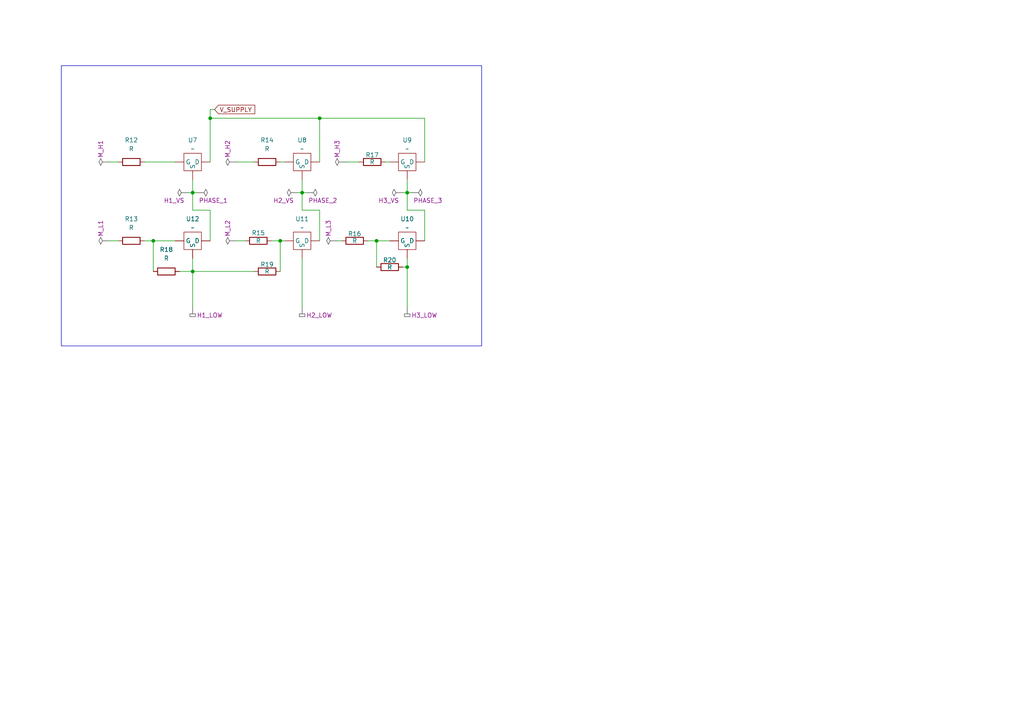
<source format=kicad_sch>
(kicad_sch
	(version 20250114)
	(generator "eeschema")
	(generator_version "9.0")
	(uuid "032fac18-fb08-4fc4-a7a7-7a6098812f57")
	(paper "A4")
	(lib_symbols
		(symbol "Device:R"
			(pin_numbers
				(hide yes)
			)
			(pin_names
				(offset 0)
			)
			(exclude_from_sim no)
			(in_bom yes)
			(on_board yes)
			(property "Reference" "R"
				(at 2.032 0 90)
				(effects
					(font
						(size 1.27 1.27)
					)
				)
			)
			(property "Value" "R"
				(at 0 0 90)
				(effects
					(font
						(size 1.27 1.27)
					)
				)
			)
			(property "Footprint" ""
				(at -1.778 0 90)
				(effects
					(font
						(size 1.27 1.27)
					)
					(hide yes)
				)
			)
			(property "Datasheet" "~"
				(at 0 0 0)
				(effects
					(font
						(size 1.27 1.27)
					)
					(hide yes)
				)
			)
			(property "Description" "Resistor"
				(at 0 0 0)
				(effects
					(font
						(size 1.27 1.27)
					)
					(hide yes)
				)
			)
			(property "ki_keywords" "R res resistor"
				(at 0 0 0)
				(effects
					(font
						(size 1.27 1.27)
					)
					(hide yes)
				)
			)
			(property "ki_fp_filters" "R_*"
				(at 0 0 0)
				(effects
					(font
						(size 1.27 1.27)
					)
					(hide yes)
				)
			)
			(symbol "R_0_1"
				(rectangle
					(start -1.016 -2.54)
					(end 1.016 2.54)
					(stroke
						(width 0.254)
						(type default)
					)
					(fill
						(type none)
					)
				)
			)
			(symbol "R_1_1"
				(pin passive line
					(at 0 3.81 270)
					(length 1.27)
					(name "~"
						(effects
							(font
								(size 1.27 1.27)
							)
						)
					)
					(number "1"
						(effects
							(font
								(size 1.27 1.27)
							)
						)
					)
				)
				(pin passive line
					(at 0 -3.81 90)
					(length 1.27)
					(name "~"
						(effects
							(font
								(size 1.27 1.27)
							)
						)
					)
					(number "2"
						(effects
							(font
								(size 1.27 1.27)
							)
						)
					)
				)
			)
			(embedded_fonts no)
		)
		(symbol "IRFS7530_1"
			(exclude_from_sim no)
			(in_bom yes)
			(on_board yes)
			(property "Reference" "U"
				(at 0 0 0)
				(effects
					(font
						(size 1.27 1.27)
					)
				)
			)
			(property "Value" ""
				(at 0 0 0)
				(effects
					(font
						(size 1.27 1.27)
					)
				)
			)
			(property "Footprint" ""
				(at 0 0 0)
				(effects
					(font
						(size 1.27 1.27)
					)
					(hide yes)
				)
			)
			(property "Datasheet" ""
				(at 0 0 0)
				(effects
					(font
						(size 1.27 1.27)
					)
					(hide yes)
				)
			)
			(property "Description" ""
				(at 0 0 0)
				(effects
					(font
						(size 1.27 1.27)
					)
					(hide yes)
				)
			)
			(symbol "IRFS7530_1_0_1"
				(rectangle
					(start -2.54 2.54)
					(end 2.54 -2.54)
					(stroke
						(width 0)
						(type default)
					)
					(fill
						(type none)
					)
				)
			)
			(symbol "IRFS7530_1_1_1"
				(pin input line
					(at -5.08 0 0)
					(length 2.54)
					(name "G"
						(effects
							(font
								(size 1.27 1.27)
							)
						)
					)
					(number ""
						(effects
							(font
								(size 1.27 1.27)
							)
						)
					)
				)
				(pin input line
					(at 0 -5.08 90)
					(length 2.54)
					(name "S"
						(effects
							(font
								(size 1.27 1.27)
							)
						)
					)
					(number ""
						(effects
							(font
								(size 1.27 1.27)
							)
						)
					)
				)
				(pin input line
					(at 5.08 0 180)
					(length 2.54)
					(name "D"
						(effects
							(font
								(size 1.27 1.27)
							)
						)
					)
					(number ""
						(effects
							(font
								(size 1.27 1.27)
							)
						)
					)
				)
			)
			(embedded_fonts no)
		)
		(symbol "IRFS7530_2"
			(exclude_from_sim no)
			(in_bom yes)
			(on_board yes)
			(property "Reference" "U"
				(at 0 0 0)
				(effects
					(font
						(size 1.27 1.27)
					)
				)
			)
			(property "Value" ""
				(at 0 0 0)
				(effects
					(font
						(size 1.27 1.27)
					)
				)
			)
			(property "Footprint" ""
				(at 0 0 0)
				(effects
					(font
						(size 1.27 1.27)
					)
					(hide yes)
				)
			)
			(property "Datasheet" ""
				(at 0 0 0)
				(effects
					(font
						(size 1.27 1.27)
					)
					(hide yes)
				)
			)
			(property "Description" ""
				(at 0 0 0)
				(effects
					(font
						(size 1.27 1.27)
					)
					(hide yes)
				)
			)
			(symbol "IRFS7530_2_0_1"
				(rectangle
					(start -2.54 2.54)
					(end 2.54 -2.54)
					(stroke
						(width 0)
						(type default)
					)
					(fill
						(type none)
					)
				)
			)
			(symbol "IRFS7530_2_1_1"
				(pin input line
					(at -5.08 0 0)
					(length 2.54)
					(name "G"
						(effects
							(font
								(size 1.27 1.27)
							)
						)
					)
					(number ""
						(effects
							(font
								(size 1.27 1.27)
							)
						)
					)
				)
				(pin input line
					(at 0 -5.08 90)
					(length 2.54)
					(name "S"
						(effects
							(font
								(size 1.27 1.27)
							)
						)
					)
					(number ""
						(effects
							(font
								(size 1.27 1.27)
							)
						)
					)
				)
				(pin input line
					(at 5.08 0 180)
					(length 2.54)
					(name "D"
						(effects
							(font
								(size 1.27 1.27)
							)
						)
					)
					(number ""
						(effects
							(font
								(size 1.27 1.27)
							)
						)
					)
				)
			)
			(embedded_fonts no)
		)
		(symbol "IRFS7530_3"
			(exclude_from_sim no)
			(in_bom yes)
			(on_board yes)
			(property "Reference" "U"
				(at 0 0 0)
				(effects
					(font
						(size 1.27 1.27)
					)
				)
			)
			(property "Value" ""
				(at 0 0 0)
				(effects
					(font
						(size 1.27 1.27)
					)
				)
			)
			(property "Footprint" ""
				(at 0 0 0)
				(effects
					(font
						(size 1.27 1.27)
					)
					(hide yes)
				)
			)
			(property "Datasheet" ""
				(at 0 0 0)
				(effects
					(font
						(size 1.27 1.27)
					)
					(hide yes)
				)
			)
			(property "Description" ""
				(at 0 0 0)
				(effects
					(font
						(size 1.27 1.27)
					)
					(hide yes)
				)
			)
			(symbol "IRFS7530_3_0_1"
				(rectangle
					(start -2.54 2.54)
					(end 2.54 -2.54)
					(stroke
						(width 0)
						(type default)
					)
					(fill
						(type none)
					)
				)
			)
			(symbol "IRFS7530_3_1_1"
				(pin input line
					(at -5.08 0 0)
					(length 2.54)
					(name "G"
						(effects
							(font
								(size 1.27 1.27)
							)
						)
					)
					(number ""
						(effects
							(font
								(size 1.27 1.27)
							)
						)
					)
				)
				(pin input line
					(at 0 -5.08 90)
					(length 2.54)
					(name "S"
						(effects
							(font
								(size 1.27 1.27)
							)
						)
					)
					(number ""
						(effects
							(font
								(size 1.27 1.27)
							)
						)
					)
				)
				(pin input line
					(at 5.08 0 180)
					(length 2.54)
					(name "D"
						(effects
							(font
								(size 1.27 1.27)
							)
						)
					)
					(number ""
						(effects
							(font
								(size 1.27 1.27)
							)
						)
					)
				)
			)
			(embedded_fonts no)
		)
		(symbol "IRFS7530_4"
			(exclude_from_sim no)
			(in_bom yes)
			(on_board yes)
			(property "Reference" "U"
				(at 0 0 0)
				(effects
					(font
						(size 1.27 1.27)
					)
				)
			)
			(property "Value" ""
				(at 0 0 0)
				(effects
					(font
						(size 1.27 1.27)
					)
				)
			)
			(property "Footprint" ""
				(at 0 0 0)
				(effects
					(font
						(size 1.27 1.27)
					)
					(hide yes)
				)
			)
			(property "Datasheet" ""
				(at 0 0 0)
				(effects
					(font
						(size 1.27 1.27)
					)
					(hide yes)
				)
			)
			(property "Description" ""
				(at 0 0 0)
				(effects
					(font
						(size 1.27 1.27)
					)
					(hide yes)
				)
			)
			(symbol "IRFS7530_4_0_1"
				(rectangle
					(start -2.54 2.54)
					(end 2.54 -2.54)
					(stroke
						(width 0)
						(type default)
					)
					(fill
						(type none)
					)
				)
			)
			(symbol "IRFS7530_4_1_1"
				(pin input line
					(at -5.08 0 0)
					(length 2.54)
					(name "G"
						(effects
							(font
								(size 1.27 1.27)
							)
						)
					)
					(number ""
						(effects
							(font
								(size 1.27 1.27)
							)
						)
					)
				)
				(pin input line
					(at 0 -5.08 90)
					(length 2.54)
					(name "S"
						(effects
							(font
								(size 1.27 1.27)
							)
						)
					)
					(number ""
						(effects
							(font
								(size 1.27 1.27)
							)
						)
					)
				)
				(pin input line
					(at 5.08 0 180)
					(length 2.54)
					(name "D"
						(effects
							(font
								(size 1.27 1.27)
							)
						)
					)
					(number ""
						(effects
							(font
								(size 1.27 1.27)
							)
						)
					)
				)
			)
			(embedded_fonts no)
		)
		(symbol "IRFS7530_5"
			(exclude_from_sim no)
			(in_bom yes)
			(on_board yes)
			(property "Reference" "U"
				(at 0 0 0)
				(effects
					(font
						(size 1.27 1.27)
					)
				)
			)
			(property "Value" ""
				(at 0 0 0)
				(effects
					(font
						(size 1.27 1.27)
					)
				)
			)
			(property "Footprint" ""
				(at 0 0 0)
				(effects
					(font
						(size 1.27 1.27)
					)
					(hide yes)
				)
			)
			(property "Datasheet" ""
				(at 0 0 0)
				(effects
					(font
						(size 1.27 1.27)
					)
					(hide yes)
				)
			)
			(property "Description" ""
				(at 0 0 0)
				(effects
					(font
						(size 1.27 1.27)
					)
					(hide yes)
				)
			)
			(symbol "IRFS7530_5_0_1"
				(rectangle
					(start -2.54 2.54)
					(end 2.54 -2.54)
					(stroke
						(width 0)
						(type default)
					)
					(fill
						(type none)
					)
				)
			)
			(symbol "IRFS7530_5_1_1"
				(pin input line
					(at -5.08 0 0)
					(length 2.54)
					(name "G"
						(effects
							(font
								(size 1.27 1.27)
							)
						)
					)
					(number ""
						(effects
							(font
								(size 1.27 1.27)
							)
						)
					)
				)
				(pin input line
					(at 0 -5.08 90)
					(length 2.54)
					(name "S"
						(effects
							(font
								(size 1.27 1.27)
							)
						)
					)
					(number ""
						(effects
							(font
								(size 1.27 1.27)
							)
						)
					)
				)
				(pin input line
					(at 5.08 0 180)
					(length 2.54)
					(name "D"
						(effects
							(font
								(size 1.27 1.27)
							)
						)
					)
					(number ""
						(effects
							(font
								(size 1.27 1.27)
							)
						)
					)
				)
			)
			(embedded_fonts no)
		)
		(symbol "New_Library:IRFS7530"
			(exclude_from_sim no)
			(in_bom yes)
			(on_board yes)
			(property "Reference" "U"
				(at 0 0 0)
				(effects
					(font
						(size 1.27 1.27)
					)
				)
			)
			(property "Value" ""
				(at 0 0 0)
				(effects
					(font
						(size 1.27 1.27)
					)
				)
			)
			(property "Footprint" ""
				(at 0 0 0)
				(effects
					(font
						(size 1.27 1.27)
					)
					(hide yes)
				)
			)
			(property "Datasheet" ""
				(at 0 0 0)
				(effects
					(font
						(size 1.27 1.27)
					)
					(hide yes)
				)
			)
			(property "Description" ""
				(at 0 0 0)
				(effects
					(font
						(size 1.27 1.27)
					)
					(hide yes)
				)
			)
			(symbol "IRFS7530_0_1"
				(rectangle
					(start -2.54 2.54)
					(end 2.54 -2.54)
					(stroke
						(width 0)
						(type default)
					)
					(fill
						(type none)
					)
				)
			)
			(symbol "IRFS7530_1_1"
				(pin input line
					(at -5.08 0 0)
					(length 2.54)
					(name "G"
						(effects
							(font
								(size 1.27 1.27)
							)
						)
					)
					(number ""
						(effects
							(font
								(size 1.27 1.27)
							)
						)
					)
				)
				(pin input line
					(at 0 -5.08 90)
					(length 2.54)
					(name "S"
						(effects
							(font
								(size 1.27 1.27)
							)
						)
					)
					(number ""
						(effects
							(font
								(size 1.27 1.27)
							)
						)
					)
				)
				(pin input line
					(at 5.08 0 180)
					(length 2.54)
					(name "D"
						(effects
							(font
								(size 1.27 1.27)
							)
						)
					)
					(number ""
						(effects
							(font
								(size 1.27 1.27)
							)
						)
					)
				)
			)
			(embedded_fonts no)
		)
	)
	(rectangle
		(start 17.78 19.05)
		(end 139.7 100.33)
		(stroke
			(width 0)
			(type solid)
		)
		(fill
			(type none)
		)
		(uuid ee217c2e-4e57-4390-a0d5-fde949a9b3f8)
	)
	(junction
		(at 109.22 69.85)
		(diameter 0)
		(color 0 0 0 0)
		(uuid "109b7328-5ae6-4208-9eda-ed49da3f2890")
	)
	(junction
		(at 92.71 34.29)
		(diameter 0)
		(color 0 0 0 0)
		(uuid "1a6b4fe2-8664-4946-88cf-028ad7dad909")
	)
	(junction
		(at 118.11 55.88)
		(diameter 0)
		(color 0 0 0 0)
		(uuid "287e0e24-1e3c-4cd6-a65c-da63b2357f8f")
	)
	(junction
		(at 60.96 34.29)
		(diameter 0)
		(color 0 0 0 0)
		(uuid "3ed71150-99e1-47b7-bf40-544dacf8ec06")
	)
	(junction
		(at 87.63 55.88)
		(diameter 0)
		(color 0 0 0 0)
		(uuid "43e2a95a-ee07-4d5d-9748-6bf72124d2b3")
	)
	(junction
		(at 44.45 69.85)
		(diameter 0)
		(color 0 0 0 0)
		(uuid "7ba5cd53-9ebb-4f6a-8618-d11f54d626df")
	)
	(junction
		(at 118.11 77.47)
		(diameter 0)
		(color 0 0 0 0)
		(uuid "82bf865d-7d71-4df3-a812-032c049217d1")
	)
	(junction
		(at 81.28 69.85)
		(diameter 0)
		(color 0 0 0 0)
		(uuid "b51d8fd6-c331-4c43-909d-0de4b96571d1")
	)
	(junction
		(at 55.88 55.88)
		(diameter 0)
		(color 0 0 0 0)
		(uuid "b99cf2dd-a58f-4af6-a7f0-fae1dd400eb6")
	)
	(junction
		(at 55.88 78.74)
		(diameter 0)
		(color 0 0 0 0)
		(uuid "ca8d11ff-e6d7-41b9-979f-ce2af0b56f8a")
	)
	(wire
		(pts
			(xy 100.33 46.99) (xy 104.14 46.99)
		)
		(stroke
			(width 0)
			(type default)
		)
		(uuid "0090ae9f-a54f-422c-a0ff-4d6c1668d8da")
	)
	(wire
		(pts
			(xy 55.88 52.07) (xy 55.88 55.88)
		)
		(stroke
			(width 0)
			(type default)
		)
		(uuid "0377b76d-33ad-464a-a5f3-15a09e9f0abb")
	)
	(wire
		(pts
			(xy 62.23 31.75) (xy 60.96 31.75)
		)
		(stroke
			(width 0)
			(type default)
		)
		(uuid "03f184f0-8157-435e-ad08-bf460bab21d9")
	)
	(wire
		(pts
			(xy 44.45 69.85) (xy 44.45 78.74)
		)
		(stroke
			(width 0)
			(type default)
		)
		(uuid "0a922b34-9d0c-4ce7-8212-eeede71f5f82")
	)
	(wire
		(pts
			(xy 97.79 69.85) (xy 99.06 69.85)
		)
		(stroke
			(width 0)
			(type default)
		)
		(uuid "0b71b22f-4279-467b-b159-69868fcccad2")
	)
	(wire
		(pts
			(xy 87.63 60.96) (xy 92.71 60.96)
		)
		(stroke
			(width 0)
			(type default)
		)
		(uuid "14bfe2d5-2a35-4ff4-9aba-7988fd16c6e5")
	)
	(wire
		(pts
			(xy 81.28 69.85) (xy 82.55 69.85)
		)
		(stroke
			(width 0)
			(type default)
		)
		(uuid "15e7a2e0-dff6-4b74-b4a4-d0d9533cdc16")
	)
	(wire
		(pts
			(xy 41.91 46.99) (xy 50.8 46.99)
		)
		(stroke
			(width 0)
			(type default)
		)
		(uuid "172b4ff6-7d56-495a-909e-f92dccd641fd")
	)
	(wire
		(pts
			(xy 78.74 69.85) (xy 81.28 69.85)
		)
		(stroke
			(width 0)
			(type default)
		)
		(uuid "18bb4062-3e7f-48c1-a118-5752d93a8537")
	)
	(wire
		(pts
			(xy 86.36 55.88) (xy 87.63 55.88)
		)
		(stroke
			(width 0)
			(type default)
		)
		(uuid "1e6c7064-7aaa-4c61-ac2e-91a936041a48")
	)
	(wire
		(pts
			(xy 109.22 77.47) (xy 109.22 69.85)
		)
		(stroke
			(width 0)
			(type default)
		)
		(uuid "1e70a898-32b2-48ec-8138-c1f87bf723ed")
	)
	(wire
		(pts
			(xy 118.11 60.96) (xy 123.19 60.96)
		)
		(stroke
			(width 0)
			(type default)
		)
		(uuid "1e990c28-b189-437e-98c9-09ffacad213f")
	)
	(wire
		(pts
			(xy 116.84 55.88) (xy 118.11 55.88)
		)
		(stroke
			(width 0)
			(type default)
		)
		(uuid "26069f64-fa99-4226-a4a0-a05cab31f538")
	)
	(wire
		(pts
			(xy 60.96 31.75) (xy 60.96 34.29)
		)
		(stroke
			(width 0)
			(type default)
		)
		(uuid "2d4764a2-303c-41f1-9255-58ab7d6908a2")
	)
	(wire
		(pts
			(xy 44.45 69.85) (xy 50.8 69.85)
		)
		(stroke
			(width 0)
			(type default)
		)
		(uuid "44638797-41b4-44c4-828f-a6980c8ecc22")
	)
	(wire
		(pts
			(xy 87.63 88.9) (xy 87.63 74.93)
		)
		(stroke
			(width 0)
			(type default)
		)
		(uuid "451f5810-0204-4d2c-bfe5-89fb251a0759")
	)
	(wire
		(pts
			(xy 109.22 69.85) (xy 113.03 69.85)
		)
		(stroke
			(width 0)
			(type default)
		)
		(uuid "4d9d5a2e-963d-4a3f-a7ef-99319430e995")
	)
	(wire
		(pts
			(xy 60.96 46.99) (xy 60.96 34.29)
		)
		(stroke
			(width 0)
			(type default)
		)
		(uuid "566cf6e5-e623-4a25-afaf-57550d52e5a8")
	)
	(wire
		(pts
			(xy 123.19 46.99) (xy 123.19 34.29)
		)
		(stroke
			(width 0)
			(type default)
		)
		(uuid "67c22e99-655d-442f-a2c8-3439c0f6316d")
	)
	(wire
		(pts
			(xy 118.11 88.9) (xy 118.11 77.47)
		)
		(stroke
			(width 0)
			(type default)
		)
		(uuid "6a72f050-c894-4c60-8d80-2d82261bb942")
	)
	(wire
		(pts
			(xy 31.75 69.85) (xy 34.29 69.85)
		)
		(stroke
			(width 0)
			(type default)
		)
		(uuid "71719676-0603-4550-b69f-14f889a1ac4c")
	)
	(wire
		(pts
			(xy 118.11 52.07) (xy 118.11 55.88)
		)
		(stroke
			(width 0)
			(type default)
		)
		(uuid "7d0f8aea-d6b6-4c43-b062-e7fc0ed0d0f7")
	)
	(wire
		(pts
			(xy 55.88 88.9) (xy 55.88 78.74)
		)
		(stroke
			(width 0)
			(type default)
		)
		(uuid "7f6b72b2-2827-4219-91b0-23033568e204")
	)
	(wire
		(pts
			(xy 54.61 55.88) (xy 55.88 55.88)
		)
		(stroke
			(width 0)
			(type default)
		)
		(uuid "843d0dfa-bcd0-42d6-8f7c-d994fea9a800")
	)
	(wire
		(pts
			(xy 55.88 55.88) (xy 55.88 60.96)
		)
		(stroke
			(width 0)
			(type default)
		)
		(uuid "8456d211-5ed4-4c40-b6d1-0563a3aead22")
	)
	(wire
		(pts
			(xy 68.58 69.85) (xy 71.12 69.85)
		)
		(stroke
			(width 0)
			(type default)
		)
		(uuid "8bd65d32-3db0-4c71-8108-9ac6b21a9dd9")
	)
	(wire
		(pts
			(xy 60.96 60.96) (xy 60.96 69.85)
		)
		(stroke
			(width 0)
			(type default)
		)
		(uuid "9268f70c-5cc8-42cd-bff6-8d1c8b984fbe")
	)
	(wire
		(pts
			(xy 41.91 69.85) (xy 44.45 69.85)
		)
		(stroke
			(width 0)
			(type default)
		)
		(uuid "92d56b00-ca7b-4d85-bc5b-de3dc32fa2d9")
	)
	(wire
		(pts
			(xy 123.19 34.29) (xy 92.71 34.29)
		)
		(stroke
			(width 0)
			(type default)
		)
		(uuid "9322f14a-2ec5-49f7-abc4-b12aa66d6752")
	)
	(wire
		(pts
			(xy 55.88 78.74) (xy 52.07 78.74)
		)
		(stroke
			(width 0)
			(type default)
		)
		(uuid "95f4473c-c31d-4fce-b46f-b569f444e5f2")
	)
	(wire
		(pts
			(xy 123.19 60.96) (xy 123.19 69.85)
		)
		(stroke
			(width 0)
			(type default)
		)
		(uuid "a18f1fc7-de6b-4af0-b0f9-21121b90aef2")
	)
	(wire
		(pts
			(xy 116.84 77.47) (xy 118.11 77.47)
		)
		(stroke
			(width 0)
			(type default)
		)
		(uuid "a3cdcc40-1962-4541-9559-3a3ae08081bd")
	)
	(wire
		(pts
			(xy 55.88 78.74) (xy 73.66 78.74)
		)
		(stroke
			(width 0)
			(type default)
		)
		(uuid "a87c3dc2-684a-48b2-92d0-90c64993b0f6")
	)
	(wire
		(pts
			(xy 88.9 55.88) (xy 87.63 55.88)
		)
		(stroke
			(width 0)
			(type default)
		)
		(uuid "ab68aeee-c70b-4671-a620-4f1af30be3da")
	)
	(wire
		(pts
			(xy 92.71 60.96) (xy 92.71 69.85)
		)
		(stroke
			(width 0)
			(type default)
		)
		(uuid "ac3d00a4-8e32-49b9-a11b-b61e443c63de")
	)
	(wire
		(pts
			(xy 106.68 69.85) (xy 109.22 69.85)
		)
		(stroke
			(width 0)
			(type default)
		)
		(uuid "acec800c-0ccd-4164-9ae7-98b95db3eec4")
	)
	(wire
		(pts
			(xy 87.63 55.88) (xy 87.63 60.96)
		)
		(stroke
			(width 0)
			(type default)
		)
		(uuid "b5524f31-c420-4379-adba-6f8ad77b9882")
	)
	(wire
		(pts
			(xy 92.71 34.29) (xy 92.71 46.99)
		)
		(stroke
			(width 0)
			(type default)
		)
		(uuid "b7f87d34-a46e-42cd-b99f-d5a0b9f526ce")
	)
	(wire
		(pts
			(xy 57.15 55.88) (xy 55.88 55.88)
		)
		(stroke
			(width 0)
			(type default)
		)
		(uuid "b7fcbac1-49ec-420c-bdb4-11ca306fc349")
	)
	(wire
		(pts
			(xy 55.88 74.93) (xy 55.88 78.74)
		)
		(stroke
			(width 0)
			(type default)
		)
		(uuid "c06cd399-00c4-457e-817c-44f3e38aa586")
	)
	(wire
		(pts
			(xy 111.76 46.99) (xy 113.03 46.99)
		)
		(stroke
			(width 0)
			(type default)
		)
		(uuid "c56fbf49-bd3b-4ae9-bd60-14f3f0ad6a33")
	)
	(wire
		(pts
			(xy 55.88 60.96) (xy 60.96 60.96)
		)
		(stroke
			(width 0)
			(type default)
		)
		(uuid "ca0e88c6-c1ed-4bdd-ab1f-cba5d119abee")
	)
	(wire
		(pts
			(xy 119.38 55.88) (xy 118.11 55.88)
		)
		(stroke
			(width 0)
			(type default)
		)
		(uuid "cc0dd1f2-d370-40a2-9cd9-83740cb9377f")
	)
	(wire
		(pts
			(xy 81.28 69.85) (xy 81.28 78.74)
		)
		(stroke
			(width 0)
			(type default)
		)
		(uuid "d6d67177-8ddf-41f6-a171-0e07830287a1")
	)
	(wire
		(pts
			(xy 60.96 34.29) (xy 92.71 34.29)
		)
		(stroke
			(width 0)
			(type default)
		)
		(uuid "d741c597-0dc8-47f6-bb73-90858a3bf12f")
	)
	(wire
		(pts
			(xy 87.63 52.07) (xy 87.63 55.88)
		)
		(stroke
			(width 0)
			(type default)
		)
		(uuid "de59045e-835a-41da-b4e5-d1eb6d185b9c")
	)
	(wire
		(pts
			(xy 31.75 46.99) (xy 34.29 46.99)
		)
		(stroke
			(width 0)
			(type default)
		)
		(uuid "e476e187-4d8f-4c4a-9dc4-85c318077233")
	)
	(wire
		(pts
			(xy 81.28 46.99) (xy 82.55 46.99)
		)
		(stroke
			(width 0)
			(type default)
		)
		(uuid "ef2136ac-a660-43ce-8a39-1dc1487bc5af")
	)
	(wire
		(pts
			(xy 118.11 77.47) (xy 118.11 74.93)
		)
		(stroke
			(width 0)
			(type default)
		)
		(uuid "f1f18941-cebb-45d4-be2e-bc8f91aed3a0")
	)
	(wire
		(pts
			(xy 118.11 55.88) (xy 118.11 60.96)
		)
		(stroke
			(width 0)
			(type default)
		)
		(uuid "f353e428-b7d3-40b8-928e-ce022e00ca50")
	)
	(wire
		(pts
			(xy 68.58 46.99) (xy 73.66 46.99)
		)
		(stroke
			(width 0)
			(type default)
		)
		(uuid "fd0a31d5-e2ff-4557-b21e-90a37a2c37d1")
	)
	(global_label "V_SUPPLY"
		(shape input)
		(at 62.23 31.75 0)
		(fields_autoplaced yes)
		(effects
			(font
				(size 1.27 1.27)
			)
			(justify left)
		)
		(uuid "da383ad7-1310-41fb-a1d2-9b57af6a2d8c")
		(property "Intersheetrefs" "${INTERSHEET_REFS}"
			(at 74.4681 31.75 0)
			(effects
				(font
					(size 1.27 1.27)
				)
				(justify left)
				(hide yes)
			)
		)
	)
	(netclass_flag ""
		(length 2.54)
		(shape diamond)
		(at 119.38 55.88 270)
		(effects
			(font
				(size 1.27 1.27)
			)
			(justify right bottom)
		)
		(uuid "00b9acf5-7ab8-4ebd-92ba-23da876ecfe3")
		(property "Netclass" "PHASE_3"
			(at 119.888 58.166 0)
			(effects
				(font
					(size 1.27 1.27)
				)
				(justify left)
			)
		)
		(property "Component Class" ""
			(at -57.15 -7.62 0)
			(effects
				(font
					(size 1.27 1.27)
					(italic yes)
				)
			)
		)
	)
	(netclass_flag ""
		(length 2.54)
		(shape diamond)
		(at 57.15 55.88 270)
		(effects
			(font
				(size 1.27 1.27)
			)
			(justify right bottom)
		)
		(uuid "02e52d78-206b-4609-92b4-256779de984d")
		(property "Netclass" "PHASE_1"
			(at 57.658 58.166 0)
			(effects
				(font
					(size 1.27 1.27)
				)
				(justify left)
			)
		)
		(property "Component Class" ""
			(at -119.38 -7.62 0)
			(effects
				(font
					(size 1.27 1.27)
					(italic yes)
				)
			)
		)
	)
	(netclass_flag ""
		(length 2.54)
		(shape diamond)
		(at 86.36 55.88 90)
		(effects
			(font
				(size 1.27 1.27)
			)
			(justify left bottom)
		)
		(uuid "050df305-11c0-4c41-8d96-4036ac30737a")
		(property "Netclass" "H2_VS"
			(at 79.248 58.166 0)
			(effects
				(font
					(size 1.27 1.27)
				)
				(justify left)
			)
		)
		(property "Component Class" ""
			(at -105.41 -22.86 0)
			(effects
				(font
					(size 1.27 1.27)
					(italic yes)
				)
			)
		)
	)
	(netclass_flag ""
		(length 2.54)
		(shape rectangle)
		(at 118.11 88.9 180)
		(fields_autoplaced yes)
		(effects
			(font
				(size 1.27 1.27)
			)
			(justify right bottom)
		)
		(uuid "11d57efa-d332-499f-a3a3-e7657095e30d")
		(property "Netclass" "H3_LOW"
			(at 119.3165 91.44 0)
			(effects
				(font
					(size 1.27 1.27)
				)
				(justify left)
			)
		)
		(property "Component Class" ""
			(at -44.45 -1.27 0)
			(effects
				(font
					(size 1.27 1.27)
					(italic yes)
				)
			)
		)
	)
	(netclass_flag ""
		(length 2.54)
		(shape diamond)
		(at 100.33 46.99 90)
		(fields_autoplaced yes)
		(effects
			(font
				(size 1.27 1.27)
			)
			(justify left bottom)
		)
		(uuid "1a5e67ce-e249-4de3-92fa-f963318934d8")
		(property "Netclass" "M_H3"
			(at 97.79 45.7835 90)
			(effects
				(font
					(size 1.27 1.27)
				)
				(justify left)
			)
		)
		(property "Component Class" ""
			(at -87.63 -36.83 0)
			(effects
				(font
					(size 1.27 1.27)
					(italic yes)
				)
			)
		)
	)
	(netclass_flag ""
		(length 2.54)
		(shape diamond)
		(at 68.58 69.85 90)
		(fields_autoplaced yes)
		(effects
			(font
				(size 1.27 1.27)
			)
			(justify left bottom)
		)
		(uuid "22f4386f-f7a0-4fcd-919f-dbda6a95a509")
		(property "Netclass" "M_L2"
			(at 66.04 68.6435 90)
			(effects
				(font
					(size 1.27 1.27)
				)
				(justify left)
			)
		)
		(property "Component Class" ""
			(at -119.38 -13.97 0)
			(effects
				(font
					(size 1.27 1.27)
					(italic yes)
				)
			)
		)
	)
	(netclass_flag ""
		(length 2.54)
		(shape diamond)
		(at 88.9 55.88 270)
		(effects
			(font
				(size 1.27 1.27)
			)
			(justify right bottom)
		)
		(uuid "24b63c34-b4cf-444d-8aec-724a65f5f305")
		(property "Netclass" "PHASE_2"
			(at 89.408 58.166 0)
			(effects
				(font
					(size 1.27 1.27)
				)
				(justify left)
			)
		)
		(property "Component Class" ""
			(at -87.63 -7.62 0)
			(effects
				(font
					(size 1.27 1.27)
					(italic yes)
				)
			)
		)
	)
	(netclass_flag ""
		(length 2.54)
		(shape diamond)
		(at 68.58 46.99 90)
		(fields_autoplaced yes)
		(effects
			(font
				(size 1.27 1.27)
			)
			(justify left bottom)
		)
		(uuid "530e89d8-3171-4824-95b8-960d5bdca945")
		(property "Netclass" "M_H2"
			(at 66.04 45.7835 90)
			(effects
				(font
					(size 1.27 1.27)
				)
				(justify left)
			)
		)
		(property "Component Class" ""
			(at -119.38 -36.83 0)
			(effects
				(font
					(size 1.27 1.27)
					(italic yes)
				)
			)
		)
	)
	(netclass_flag ""
		(length 2.54)
		(shape diamond)
		(at 31.75 46.99 90)
		(fields_autoplaced yes)
		(effects
			(font
				(size 1.27 1.27)
			)
			(justify left bottom)
		)
		(uuid "78a10a9a-9dc1-4a4d-be6d-9c663959f0c8")
		(property "Netclass" "M_H1"
			(at 29.21 45.7835 90)
			(effects
				(font
					(size 1.27 1.27)
				)
				(justify left)
			)
		)
		(property "Component Class" ""
			(at -156.21 -36.83 0)
			(effects
				(font
					(size 1.27 1.27)
					(italic yes)
				)
			)
		)
	)
	(netclass_flag ""
		(length 2.54)
		(shape rectangle)
		(at 87.63 88.9 180)
		(fields_autoplaced yes)
		(effects
			(font
				(size 1.27 1.27)
			)
			(justify right bottom)
		)
		(uuid "9c5ca2a8-ad39-42ee-a755-eb397986a732")
		(property "Netclass" "H2_LOW"
			(at 88.8365 91.44 0)
			(effects
				(font
					(size 1.27 1.27)
				)
				(justify left)
			)
		)
		(property "Component Class" ""
			(at -44.45 2.54 0)
			(effects
				(font
					(size 1.27 1.27)
					(italic yes)
				)
			)
		)
	)
	(netclass_flag ""
		(length 2.54)
		(shape diamond)
		(at 116.84 55.88 90)
		(effects
			(font
				(size 1.27 1.27)
			)
			(justify left bottom)
		)
		(uuid "a807ae3b-8254-4d00-928c-10a5f7d50f9a")
		(property "Netclass" "H3_VS"
			(at 109.728 58.166 0)
			(effects
				(font
					(size 1.27 1.27)
				)
				(justify left)
			)
		)
		(property "Component Class" ""
			(at -74.93 -22.86 0)
			(effects
				(font
					(size 1.27 1.27)
					(italic yes)
				)
			)
		)
	)
	(netclass_flag ""
		(length 2.54)
		(shape diamond)
		(at 31.75 69.85 90)
		(fields_autoplaced yes)
		(effects
			(font
				(size 1.27 1.27)
			)
			(justify left bottom)
		)
		(uuid "acb1e31a-44a7-4632-be9a-1a5c770a3a9b")
		(property "Netclass" "M_L1"
			(at 29.21 68.6435 90)
			(effects
				(font
					(size 1.27 1.27)
				)
				(justify left)
			)
		)
		(property "Component Class" ""
			(at -156.21 -13.97 0)
			(effects
				(font
					(size 1.27 1.27)
					(italic yes)
				)
			)
		)
	)
	(netclass_flag ""
		(length 2.54)
		(shape diamond)
		(at 54.61 55.88 90)
		(effects
			(font
				(size 1.27 1.27)
			)
			(justify left bottom)
		)
		(uuid "bfea40a7-d0d3-448e-a834-1e71215d7b4b")
		(property "Netclass" "H1_VS"
			(at 47.498 58.166 0)
			(effects
				(font
					(size 1.27 1.27)
				)
				(justify left)
			)
		)
		(property "Component Class" ""
			(at -137.16 -22.86 0)
			(effects
				(font
					(size 1.27 1.27)
					(italic yes)
				)
			)
		)
	)
	(netclass_flag ""
		(length 2.54)
		(shape diamond)
		(at 97.79 69.85 90)
		(fields_autoplaced yes)
		(effects
			(font
				(size 1.27 1.27)
			)
			(justify left bottom)
		)
		(uuid "e2354e94-c936-4209-b9be-1a23589d054d")
		(property "Netclass" "M_L3"
			(at 95.25 68.6435 90)
			(effects
				(font
					(size 1.27 1.27)
				)
				(justify left)
			)
		)
		(property "Component Class" ""
			(at -90.17 -13.97 0)
			(effects
				(font
					(size 1.27 1.27)
					(italic yes)
				)
			)
		)
	)
	(netclass_flag ""
		(length 2.54)
		(shape rectangle)
		(at 55.88 88.9 180)
		(fields_autoplaced yes)
		(effects
			(font
				(size 1.27 1.27)
			)
			(justify right bottom)
		)
		(uuid "e2a39c96-7d92-4b49-94a8-feecaf30b5dc")
		(property "Netclass" "H1_LOW"
			(at 57.0865 91.44 0)
			(effects
				(font
					(size 1.27 1.27)
				)
				(justify left)
			)
		)
		(property "Component Class" ""
			(at -236.22 30.48 0)
			(effects
				(font
					(size 1.27 1.27)
					(italic yes)
				)
			)
		)
	)
	(symbol
		(lib_id "Device:R")
		(at 74.93 69.85 90)
		(unit 1)
		(exclude_from_sim no)
		(in_bom yes)
		(on_board yes)
		(dnp no)
		(uuid "0296a758-5703-4e96-b6f4-0556e8232021")
		(property "Reference" "R15"
			(at 74.93 67.564 90)
			(effects
				(font
					(size 1.27 1.27)
				)
			)
		)
		(property "Value" "R"
			(at 74.93 69.85 90)
			(effects
				(font
					(size 1.27 1.27)
				)
			)
		)
		(property "Footprint" ""
			(at 74.93 71.628 90)
			(effects
				(font
					(size 1.27 1.27)
				)
				(hide yes)
			)
		)
		(property "Datasheet" "~"
			(at 74.93 69.85 0)
			(effects
				(font
					(size 1.27 1.27)
				)
				(hide yes)
			)
		)
		(property "Description" "Resistor"
			(at 74.93 69.85 0)
			(effects
				(font
					(size 1.27 1.27)
				)
				(hide yes)
			)
		)
		(pin "1"
			(uuid "e0fe0715-de35-478c-9302-b4396eebf2b8")
		)
		(pin "2"
			(uuid "a5b8516e-7887-4129-a131-eb7d11f85799")
		)
		(instances
			(project "escDesign"
				(path "/281019b9-751d-4fe8-b09d-377ab91b1fff/59a0fd9c-964f-4b4a-afac-ddf0bbc82d03"
					(reference "R15")
					(unit 1)
				)
			)
		)
	)
	(symbol
		(lib_id "New_Library:IRFS7530")
		(at 55.88 46.99 0)
		(unit 1)
		(exclude_from_sim no)
		(in_bom yes)
		(on_board yes)
		(dnp no)
		(fields_autoplaced yes)
		(uuid "05a4a830-98af-4daa-878f-e0edf63bfdd2")
		(property "Reference" "U7"
			(at 55.88 40.64 0)
			(effects
				(font
					(size 1.27 1.27)
				)
			)
		)
		(property "Value" "~"
			(at 55.88 43.18 0)
			(effects
				(font
					(size 1.27 1.27)
				)
			)
		)
		(property "Footprint" ""
			(at 55.88 46.99 0)
			(effects
				(font
					(size 1.27 1.27)
				)
				(hide yes)
			)
		)
		(property "Datasheet" ""
			(at 55.88 46.99 0)
			(effects
				(font
					(size 1.27 1.27)
				)
				(hide yes)
			)
		)
		(property "Description" ""
			(at 55.88 46.99 0)
			(effects
				(font
					(size 1.27 1.27)
				)
				(hide yes)
			)
		)
		(pin ""
			(uuid "9de0dacb-d4cc-4237-9778-40176d9eea0f")
		)
		(pin ""
			(uuid "1cf3a539-396e-491b-a285-1a3a0f20e13a")
		)
		(pin ""
			(uuid "b1d702c1-fcef-4639-91c1-b03d6d270c3d")
		)
		(instances
			(project ""
				(path "/281019b9-751d-4fe8-b09d-377ab91b1fff/59a0fd9c-964f-4b4a-afac-ddf0bbc82d03"
					(reference "U7")
					(unit 1)
				)
			)
		)
	)
	(symbol
		(lib_name "IRFS7530_3")
		(lib_id "New_Library:IRFS7530")
		(at 118.11 69.85 0)
		(unit 1)
		(exclude_from_sim no)
		(in_bom yes)
		(on_board yes)
		(dnp no)
		(fields_autoplaced yes)
		(uuid "309837fb-d59e-4bc0-bae3-94f28bc38a95")
		(property "Reference" "U10"
			(at 118.11 63.5 0)
			(effects
				(font
					(size 1.27 1.27)
				)
			)
		)
		(property "Value" "~"
			(at 118.11 66.04 0)
			(effects
				(font
					(size 1.27 1.27)
				)
			)
		)
		(property "Footprint" ""
			(at 118.11 69.85 0)
			(effects
				(font
					(size 1.27 1.27)
				)
				(hide yes)
			)
		)
		(property "Datasheet" ""
			(at 118.11 69.85 0)
			(effects
				(font
					(size 1.27 1.27)
				)
				(hide yes)
			)
		)
		(property "Description" ""
			(at 118.11 69.85 0)
			(effects
				(font
					(size 1.27 1.27)
				)
				(hide yes)
			)
		)
		(pin ""
			(uuid "61323091-9a82-440c-a5e5-8ed1fc7e5982")
		)
		(pin ""
			(uuid "2a3acbdc-9f1e-4a1e-a6f6-16f1c09d458a")
		)
		(pin ""
			(uuid "199ed2ff-cb62-4a38-b616-aa7fcd032bff")
		)
		(instances
			(project "escDesign"
				(path "/281019b9-751d-4fe8-b09d-377ab91b1fff/59a0fd9c-964f-4b4a-afac-ddf0bbc82d03"
					(reference "U10")
					(unit 1)
				)
			)
		)
	)
	(symbol
		(lib_id "Device:R")
		(at 107.95 46.99 90)
		(unit 1)
		(exclude_from_sim no)
		(in_bom yes)
		(on_board yes)
		(dnp no)
		(uuid "3140a476-cb48-43f7-b90c-df3122a9d331")
		(property "Reference" "R17"
			(at 107.95 44.958 90)
			(effects
				(font
					(size 1.27 1.27)
				)
			)
		)
		(property "Value" "R"
			(at 107.95 46.99 90)
			(effects
				(font
					(size 1.27 1.27)
				)
			)
		)
		(property "Footprint" ""
			(at 107.95 48.768 90)
			(effects
				(font
					(size 1.27 1.27)
				)
				(hide yes)
			)
		)
		(property "Datasheet" "~"
			(at 107.95 46.99 0)
			(effects
				(font
					(size 1.27 1.27)
				)
				(hide yes)
			)
		)
		(property "Description" "Resistor"
			(at 107.95 46.99 0)
			(effects
				(font
					(size 1.27 1.27)
				)
				(hide yes)
			)
		)
		(pin "1"
			(uuid "f939838b-6a71-415a-96d3-3564e16f55b0")
		)
		(pin "2"
			(uuid "fa104326-deab-49af-8111-c0b1322a5cf2")
		)
		(instances
			(project "escDesign"
				(path "/281019b9-751d-4fe8-b09d-377ab91b1fff/59a0fd9c-964f-4b4a-afac-ddf0bbc82d03"
					(reference "R17")
					(unit 1)
				)
			)
		)
	)
	(symbol
		(lib_name "IRFS7530_5")
		(lib_id "New_Library:IRFS7530")
		(at 55.88 69.85 0)
		(unit 1)
		(exclude_from_sim no)
		(in_bom yes)
		(on_board yes)
		(dnp no)
		(fields_autoplaced yes)
		(uuid "69ca6067-8dcb-4129-bc54-923414a02ff5")
		(property "Reference" "U12"
			(at 55.88 63.5 0)
			(effects
				(font
					(size 1.27 1.27)
				)
			)
		)
		(property "Value" "~"
			(at 55.88 66.04 0)
			(effects
				(font
					(size 1.27 1.27)
				)
			)
		)
		(property "Footprint" ""
			(at 55.88 69.85 0)
			(effects
				(font
					(size 1.27 1.27)
				)
				(hide yes)
			)
		)
		(property "Datasheet" ""
			(at 55.88 69.85 0)
			(effects
				(font
					(size 1.27 1.27)
				)
				(hide yes)
			)
		)
		(property "Description" ""
			(at 55.88 69.85 0)
			(effects
				(font
					(size 1.27 1.27)
				)
				(hide yes)
			)
		)
		(pin ""
			(uuid "62047170-5bf4-412c-b064-847408827bfa")
		)
		(pin ""
			(uuid "541ed856-c5f3-46d8-9abe-f4da1670baf2")
		)
		(pin ""
			(uuid "9103d739-dc49-4bd0-86bc-7f6feeab5a78")
		)
		(instances
			(project "escDesign"
				(path "/281019b9-751d-4fe8-b09d-377ab91b1fff/59a0fd9c-964f-4b4a-afac-ddf0bbc82d03"
					(reference "U12")
					(unit 1)
				)
			)
		)
	)
	(symbol
		(lib_id "Device:R")
		(at 102.87 69.85 90)
		(unit 1)
		(exclude_from_sim no)
		(in_bom yes)
		(on_board yes)
		(dnp no)
		(uuid "74f2f304-127c-4e1a-9201-af8a829f6688")
		(property "Reference" "R16"
			(at 102.87 67.818 90)
			(effects
				(font
					(size 1.27 1.27)
				)
			)
		)
		(property "Value" "R"
			(at 102.87 69.85 90)
			(effects
				(font
					(size 1.27 1.27)
				)
			)
		)
		(property "Footprint" ""
			(at 102.87 71.628 90)
			(effects
				(font
					(size 1.27 1.27)
				)
				(hide yes)
			)
		)
		(property "Datasheet" "~"
			(at 102.87 69.85 0)
			(effects
				(font
					(size 1.27 1.27)
				)
				(hide yes)
			)
		)
		(property "Description" "Resistor"
			(at 102.87 69.85 0)
			(effects
				(font
					(size 1.27 1.27)
				)
				(hide yes)
			)
		)
		(pin "1"
			(uuid "30ccdcad-3e23-468d-9684-efc1895c49d3")
		)
		(pin "2"
			(uuid "47ac0349-b3c6-4a8c-90e5-4946898f37ba")
		)
		(instances
			(project "escDesign"
				(path "/281019b9-751d-4fe8-b09d-377ab91b1fff/59a0fd9c-964f-4b4a-afac-ddf0bbc82d03"
					(reference "R16")
					(unit 1)
				)
			)
		)
	)
	(symbol
		(lib_id "Device:R")
		(at 38.1 46.99 90)
		(unit 1)
		(exclude_from_sim no)
		(in_bom yes)
		(on_board yes)
		(dnp no)
		(fields_autoplaced yes)
		(uuid "7bea3095-22b8-4f75-b036-cc8ced972a36")
		(property "Reference" "R12"
			(at 38.1 40.64 90)
			(effects
				(font
					(size 1.27 1.27)
				)
			)
		)
		(property "Value" "R"
			(at 38.1 43.18 90)
			(effects
				(font
					(size 1.27 1.27)
				)
			)
		)
		(property "Footprint" ""
			(at 38.1 48.768 90)
			(effects
				(font
					(size 1.27 1.27)
				)
				(hide yes)
			)
		)
		(property "Datasheet" "~"
			(at 38.1 46.99 0)
			(effects
				(font
					(size 1.27 1.27)
				)
				(hide yes)
			)
		)
		(property "Description" "Resistor"
			(at 38.1 46.99 0)
			(effects
				(font
					(size 1.27 1.27)
				)
				(hide yes)
			)
		)
		(pin "1"
			(uuid "a3345eda-4eea-418d-975e-97a7d3e79db2")
		)
		(pin "2"
			(uuid "e38025cd-f67e-49ca-8ac0-388b82c5ec2c")
		)
		(instances
			(project ""
				(path "/281019b9-751d-4fe8-b09d-377ab91b1fff/59a0fd9c-964f-4b4a-afac-ddf0bbc82d03"
					(reference "R12")
					(unit 1)
				)
			)
		)
	)
	(symbol
		(lib_id "Device:R")
		(at 48.26 78.74 90)
		(unit 1)
		(exclude_from_sim no)
		(in_bom yes)
		(on_board yes)
		(dnp no)
		(fields_autoplaced yes)
		(uuid "7c711308-bc60-41dd-883b-c9a23af0b82d")
		(property "Reference" "R18"
			(at 48.26 72.39 90)
			(effects
				(font
					(size 1.27 1.27)
				)
			)
		)
		(property "Value" "R"
			(at 48.26 74.93 90)
			(effects
				(font
					(size 1.27 1.27)
				)
			)
		)
		(property "Footprint" ""
			(at 48.26 80.518 90)
			(effects
				(font
					(size 1.27 1.27)
				)
				(hide yes)
			)
		)
		(property "Datasheet" "~"
			(at 48.26 78.74 0)
			(effects
				(font
					(size 1.27 1.27)
				)
				(hide yes)
			)
		)
		(property "Description" "Resistor"
			(at 48.26 78.74 0)
			(effects
				(font
					(size 1.27 1.27)
				)
				(hide yes)
			)
		)
		(pin "1"
			(uuid "12f7808b-3353-4372-bd1d-d344e04a12e0")
		)
		(pin "2"
			(uuid "0b48902e-b8ca-49c4-847f-eb7131d935de")
		)
		(instances
			(project "escDesign"
				(path "/281019b9-751d-4fe8-b09d-377ab91b1fff/59a0fd9c-964f-4b4a-afac-ddf0bbc82d03"
					(reference "R18")
					(unit 1)
				)
			)
		)
	)
	(symbol
		(lib_name "IRFS7530_2")
		(lib_id "New_Library:IRFS7530")
		(at 118.11 46.99 0)
		(unit 1)
		(exclude_from_sim no)
		(in_bom yes)
		(on_board yes)
		(dnp no)
		(fields_autoplaced yes)
		(uuid "8b779131-3464-46dc-b644-0d181262a6b0")
		(property "Reference" "U9"
			(at 118.11 40.64 0)
			(effects
				(font
					(size 1.27 1.27)
				)
			)
		)
		(property "Value" "~"
			(at 118.11 43.18 0)
			(effects
				(font
					(size 1.27 1.27)
				)
			)
		)
		(property "Footprint" ""
			(at 118.11 46.99 0)
			(effects
				(font
					(size 1.27 1.27)
				)
				(hide yes)
			)
		)
		(property "Datasheet" ""
			(at 118.11 46.99 0)
			(effects
				(font
					(size 1.27 1.27)
				)
				(hide yes)
			)
		)
		(property "Description" ""
			(at 118.11 46.99 0)
			(effects
				(font
					(size 1.27 1.27)
				)
				(hide yes)
			)
		)
		(pin ""
			(uuid "2d75a789-6e90-4540-a574-1e0980a52d17")
		)
		(pin ""
			(uuid "393ae7d8-36f9-46f1-b3ad-661f4a0dcd0c")
		)
		(pin ""
			(uuid "398d8e29-3e0a-4ce4-b3b7-bb5d208ac4a4")
		)
		(instances
			(project "escDesign"
				(path "/281019b9-751d-4fe8-b09d-377ab91b1fff/59a0fd9c-964f-4b4a-afac-ddf0bbc82d03"
					(reference "U9")
					(unit 1)
				)
			)
		)
	)
	(symbol
		(lib_name "IRFS7530_1")
		(lib_id "New_Library:IRFS7530")
		(at 87.63 46.99 0)
		(unit 1)
		(exclude_from_sim no)
		(in_bom yes)
		(on_board yes)
		(dnp no)
		(fields_autoplaced yes)
		(uuid "a6b715c5-dee0-46ce-9586-0438ecc2da66")
		(property "Reference" "U8"
			(at 87.63 40.64 0)
			(effects
				(font
					(size 1.27 1.27)
				)
			)
		)
		(property "Value" "~"
			(at 87.63 43.18 0)
			(effects
				(font
					(size 1.27 1.27)
				)
			)
		)
		(property "Footprint" ""
			(at 87.63 46.99 0)
			(effects
				(font
					(size 1.27 1.27)
				)
				(hide yes)
			)
		)
		(property "Datasheet" ""
			(at 87.63 46.99 0)
			(effects
				(font
					(size 1.27 1.27)
				)
				(hide yes)
			)
		)
		(property "Description" ""
			(at 87.63 46.99 0)
			(effects
				(font
					(size 1.27 1.27)
				)
				(hide yes)
			)
		)
		(pin ""
			(uuid "902ad78a-417a-4529-935f-5608c881d1df")
		)
		(pin ""
			(uuid "6c68327b-19b1-44c7-aa12-98798a11e65a")
		)
		(pin ""
			(uuid "79d30238-2480-4931-8a32-8712cd6cde1c")
		)
		(instances
			(project "escDesign"
				(path "/281019b9-751d-4fe8-b09d-377ab91b1fff/59a0fd9c-964f-4b4a-afac-ddf0bbc82d03"
					(reference "U8")
					(unit 1)
				)
			)
		)
	)
	(symbol
		(lib_name "IRFS7530_4")
		(lib_id "New_Library:IRFS7530")
		(at 87.63 69.85 0)
		(unit 1)
		(exclude_from_sim no)
		(in_bom yes)
		(on_board yes)
		(dnp no)
		(fields_autoplaced yes)
		(uuid "a8ffbc07-6e41-4660-9f9c-bed68996df9c")
		(property "Reference" "U11"
			(at 87.63 63.5 0)
			(effects
				(font
					(size 1.27 1.27)
				)
			)
		)
		(property "Value" "~"
			(at 87.63 66.04 0)
			(effects
				(font
					(size 1.27 1.27)
				)
			)
		)
		(property "Footprint" ""
			(at 87.63 69.85 0)
			(effects
				(font
					(size 1.27 1.27)
				)
				(hide yes)
			)
		)
		(property "Datasheet" ""
			(at 87.63 69.85 0)
			(effects
				(font
					(size 1.27 1.27)
				)
				(hide yes)
			)
		)
		(property "Description" ""
			(at 87.63 69.85 0)
			(effects
				(font
					(size 1.27 1.27)
				)
				(hide yes)
			)
		)
		(pin ""
			(uuid "50d1dc66-6a49-439e-9d94-aaa581b4e6f5")
		)
		(pin ""
			(uuid "80d3eac3-8ba2-4924-8517-69850b83cafd")
		)
		(pin ""
			(uuid "15fcea2d-be0f-4568-b7f3-1d646b967795")
		)
		(instances
			(project "escDesign"
				(path "/281019b9-751d-4fe8-b09d-377ab91b1fff/59a0fd9c-964f-4b4a-afac-ddf0bbc82d03"
					(reference "U11")
					(unit 1)
				)
			)
		)
	)
	(symbol
		(lib_id "Device:R")
		(at 113.03 77.47 90)
		(unit 1)
		(exclude_from_sim no)
		(in_bom yes)
		(on_board yes)
		(dnp no)
		(uuid "c3d3bc97-64df-42e9-beed-76c586d0c27d")
		(property "Reference" "R20"
			(at 113.03 75.438 90)
			(effects
				(font
					(size 1.27 1.27)
				)
			)
		)
		(property "Value" "R"
			(at 113.03 77.47 90)
			(effects
				(font
					(size 1.27 1.27)
				)
			)
		)
		(property "Footprint" ""
			(at 113.03 79.248 90)
			(effects
				(font
					(size 1.27 1.27)
				)
				(hide yes)
			)
		)
		(property "Datasheet" "~"
			(at 113.03 77.47 0)
			(effects
				(font
					(size 1.27 1.27)
				)
				(hide yes)
			)
		)
		(property "Description" "Resistor"
			(at 113.03 77.47 0)
			(effects
				(font
					(size 1.27 1.27)
				)
				(hide yes)
			)
		)
		(pin "1"
			(uuid "9044e5af-2256-4394-862d-e81ed1751942")
		)
		(pin "2"
			(uuid "e8a59de6-a1c0-4d52-a68d-915fede39013")
		)
		(instances
			(project "escDesign"
				(path "/281019b9-751d-4fe8-b09d-377ab91b1fff/59a0fd9c-964f-4b4a-afac-ddf0bbc82d03"
					(reference "R20")
					(unit 1)
				)
			)
		)
	)
	(symbol
		(lib_id "Device:R")
		(at 77.47 46.99 90)
		(unit 1)
		(exclude_from_sim no)
		(in_bom yes)
		(on_board yes)
		(dnp no)
		(uuid "caef877b-85a3-4a65-8f15-ce494f086b3a")
		(property "Reference" "R14"
			(at 77.47 40.64 90)
			(effects
				(font
					(size 1.27 1.27)
				)
			)
		)
		(property "Value" "R"
			(at 77.47 43.18 90)
			(effects
				(font
					(size 1.27 1.27)
				)
			)
		)
		(property "Footprint" ""
			(at 77.47 48.768 90)
			(effects
				(font
					(size 1.27 1.27)
				)
				(hide yes)
			)
		)
		(property "Datasheet" "~"
			(at 77.47 46.99 0)
			(effects
				(font
					(size 1.27 1.27)
				)
				(hide yes)
			)
		)
		(property "Description" "Resistor"
			(at 77.47 46.99 0)
			(effects
				(font
					(size 1.27 1.27)
				)
				(hide yes)
			)
		)
		(pin "1"
			(uuid "da069388-1af6-4933-9d3a-dbd3a2f7c5fb")
		)
		(pin "2"
			(uuid "92aa3ddb-5174-4a6d-a554-7f1920fec150")
		)
		(instances
			(project "escDesign"
				(path "/281019b9-751d-4fe8-b09d-377ab91b1fff/59a0fd9c-964f-4b4a-afac-ddf0bbc82d03"
					(reference "R14")
					(unit 1)
				)
			)
		)
	)
	(symbol
		(lib_id "Device:R")
		(at 38.1 69.85 90)
		(unit 1)
		(exclude_from_sim no)
		(in_bom yes)
		(on_board yes)
		(dnp no)
		(fields_autoplaced yes)
		(uuid "ec318531-d5c4-44ee-af8a-75ba0b49a844")
		(property "Reference" "R13"
			(at 38.1 63.5 90)
			(effects
				(font
					(size 1.27 1.27)
				)
			)
		)
		(property "Value" "R"
			(at 38.1 66.04 90)
			(effects
				(font
					(size 1.27 1.27)
				)
			)
		)
		(property "Footprint" ""
			(at 38.1 71.628 90)
			(effects
				(font
					(size 1.27 1.27)
				)
				(hide yes)
			)
		)
		(property "Datasheet" "~"
			(at 38.1 69.85 0)
			(effects
				(font
					(size 1.27 1.27)
				)
				(hide yes)
			)
		)
		(property "Description" "Resistor"
			(at 38.1 69.85 0)
			(effects
				(font
					(size 1.27 1.27)
				)
				(hide yes)
			)
		)
		(pin "1"
			(uuid "b45af735-c06e-44f8-a1ca-19097ecbcec9")
		)
		(pin "2"
			(uuid "99f10c32-eac9-4fad-9fe2-12f2e9832fa3")
		)
		(instances
			(project "escDesign"
				(path "/281019b9-751d-4fe8-b09d-377ab91b1fff/59a0fd9c-964f-4b4a-afac-ddf0bbc82d03"
					(reference "R13")
					(unit 1)
				)
			)
		)
	)
	(symbol
		(lib_id "Device:R")
		(at 77.47 78.74 90)
		(unit 1)
		(exclude_from_sim no)
		(in_bom yes)
		(on_board yes)
		(dnp no)
		(uuid "f9194cc9-d672-4a41-bd3a-207d649b6ec7")
		(property "Reference" "R19"
			(at 77.47 76.708 90)
			(effects
				(font
					(size 1.27 1.27)
				)
			)
		)
		(property "Value" "R"
			(at 77.47 78.74 90)
			(effects
				(font
					(size 1.27 1.27)
				)
			)
		)
		(property "Footprint" ""
			(at 77.47 80.518 90)
			(effects
				(font
					(size 1.27 1.27)
				)
				(hide yes)
			)
		)
		(property "Datasheet" "~"
			(at 77.47 78.74 0)
			(effects
				(font
					(size 1.27 1.27)
				)
				(hide yes)
			)
		)
		(property "Description" "Resistor"
			(at 77.47 78.74 0)
			(effects
				(font
					(size 1.27 1.27)
				)
				(hide yes)
			)
		)
		(pin "1"
			(uuid "2b696994-3c7a-4b86-92c8-71391bf6c052")
		)
		(pin "2"
			(uuid "3e03e318-34aa-46c2-9953-9baa16c38f54")
		)
		(instances
			(project "escDesign"
				(path "/281019b9-751d-4fe8-b09d-377ab91b1fff/59a0fd9c-964f-4b4a-afac-ddf0bbc82d03"
					(reference "R19")
					(unit 1)
				)
			)
		)
	)
)

</source>
